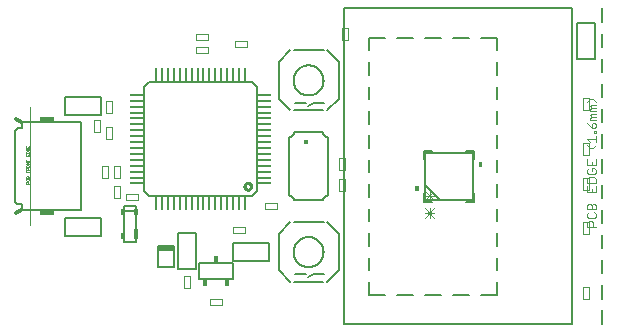
<source format=gto>
G04 EAGLE Gerber RS-274X export*
G75*
%MOMM*%
%FSLAX34Y34*%
%LPD*%
%INTop Silkscreen*%
%IPPOS*%
%AMOC8*
5,1,8,0,0,1.08239X$1,22.5*%
G01*
%ADD10C,0.203200*%
%ADD11C,0.076200*%
%ADD12C,0.127000*%
%ADD13C,0.364000*%
%ADD14C,0.152400*%
%ADD15R,0.457200X0.584200*%
%ADD16C,0.254000*%
%ADD17R,1.200000X0.200000*%
%ADD18R,0.200000X1.200000*%
%ADD19C,0.300000*%
%ADD20R,1.300000X0.365000*%
%ADD21R,0.090000X0.700000*%
%ADD22C,0.050000*%
%ADD23C,0.025400*%
%ADD24R,0.381000X0.609600*%
%ADD25C,0.100000*%

G36*
X385828Y132938D02*
X385828Y132938D01*
X385830Y132937D01*
X385873Y132957D01*
X385917Y132975D01*
X385917Y132977D01*
X385919Y132978D01*
X385952Y133063D01*
X385952Y136873D01*
X385951Y136875D01*
X385952Y136877D01*
X385932Y136920D01*
X385914Y136964D01*
X385912Y136964D01*
X385911Y136966D01*
X385826Y136999D01*
X383286Y136999D01*
X383284Y136998D01*
X383282Y136999D01*
X383239Y136979D01*
X383195Y136961D01*
X383195Y136959D01*
X383193Y136958D01*
X383160Y136873D01*
X383160Y133063D01*
X383161Y133061D01*
X383160Y133059D01*
X383180Y133016D01*
X383198Y132972D01*
X383200Y132972D01*
X383201Y132970D01*
X383286Y132937D01*
X385826Y132937D01*
X385828Y132938D01*
G37*
G36*
X331980Y112938D02*
X331980Y112938D01*
X331982Y112937D01*
X332025Y112957D01*
X332069Y112975D01*
X332069Y112977D01*
X332071Y112978D01*
X332104Y113063D01*
X332104Y116873D01*
X332103Y116875D01*
X332104Y116877D01*
X332084Y116920D01*
X332066Y116964D01*
X332064Y116964D01*
X332063Y116966D01*
X331978Y116999D01*
X329438Y116999D01*
X329436Y116998D01*
X329434Y116999D01*
X329391Y116979D01*
X329347Y116961D01*
X329347Y116959D01*
X329345Y116958D01*
X329312Y116873D01*
X329312Y113063D01*
X329313Y113061D01*
X329312Y113059D01*
X329332Y113016D01*
X329350Y112972D01*
X329352Y112972D01*
X329353Y112970D01*
X329438Y112937D01*
X331978Y112937D01*
X331980Y112938D01*
G37*
D10*
X268896Y74D02*
X268896Y267104D01*
X461496Y267104D01*
X461496Y104D01*
X268896Y74D01*
X289896Y24884D02*
X289896Y35560D01*
X289896Y45560D02*
X289896Y56237D01*
X289896Y66237D02*
X289896Y76913D01*
X289896Y86913D02*
X289896Y97589D01*
X289896Y107589D02*
X289896Y118266D01*
X289896Y128266D02*
X289896Y138942D01*
X289896Y148942D02*
X289896Y159619D01*
X289896Y169619D02*
X289896Y180295D01*
X289896Y190295D02*
X289896Y200971D01*
X289896Y210971D02*
X289896Y221648D01*
X289896Y231648D02*
X289896Y242324D01*
X303624Y242324D01*
X313624Y242324D02*
X327352Y242324D01*
X337352Y242324D02*
X351080Y242324D01*
X361080Y242324D02*
X374808Y242324D01*
X384808Y242324D02*
X398536Y242324D01*
X398536Y231648D01*
X398536Y221648D02*
X398536Y210971D01*
X398536Y200971D02*
X398536Y190295D01*
X398536Y180295D02*
X398536Y169619D01*
X398536Y159619D02*
X398536Y148942D01*
X398536Y138942D02*
X398536Y128266D01*
X398536Y118266D02*
X398536Y107589D01*
X398536Y97589D02*
X398536Y86913D01*
X398536Y76913D02*
X398536Y66237D01*
X398536Y56237D02*
X398536Y45560D01*
X398536Y35560D02*
X398536Y24884D01*
X384808Y24884D01*
X374808Y24884D02*
X361080Y24884D01*
X351080Y24884D02*
X337352Y24884D01*
X327352Y24884D02*
X313624Y24884D01*
X303624Y24884D02*
X289896Y24884D01*
D11*
X474743Y81985D02*
X482115Y81985D01*
X474743Y81985D02*
X474743Y85671D01*
X475971Y86900D01*
X478429Y86900D01*
X479658Y85671D01*
X479658Y81985D01*
X474743Y93155D02*
X475971Y94384D01*
X474743Y93155D02*
X474743Y90698D01*
X475971Y89469D01*
X480886Y89469D01*
X482115Y90698D01*
X482115Y93155D01*
X480886Y94384D01*
X482115Y96953D02*
X474743Y96953D01*
X474743Y100639D01*
X475971Y101868D01*
X477200Y101868D01*
X478429Y100639D01*
X479658Y101868D01*
X480886Y101868D01*
X482115Y100639D01*
X482115Y96953D01*
X478429Y96953D02*
X478429Y100639D01*
X474743Y111922D02*
X474743Y116836D01*
X474743Y111922D02*
X482115Y111922D01*
X482115Y116836D01*
X478429Y114379D02*
X478429Y111922D01*
X474743Y119406D02*
X482115Y119406D01*
X482115Y123092D01*
X480886Y124321D01*
X475971Y124321D01*
X474743Y123092D01*
X474743Y119406D01*
X474743Y130576D02*
X475971Y131805D01*
X474743Y130576D02*
X474743Y128119D01*
X475971Y126890D01*
X480886Y126890D01*
X482115Y128119D01*
X482115Y130576D01*
X480886Y131805D01*
X478429Y131805D01*
X478429Y129347D01*
X474743Y134374D02*
X474743Y139289D01*
X474743Y134374D02*
X482115Y134374D01*
X482115Y139289D01*
X478429Y136832D02*
X478429Y134374D01*
X479658Y149342D02*
X482115Y151800D01*
X479658Y149342D02*
X477200Y149342D01*
X474743Y151800D01*
X477200Y154332D02*
X474743Y156789D01*
X482115Y156789D01*
X482115Y154332D02*
X482115Y159247D01*
X482115Y161816D02*
X480886Y161816D01*
X480886Y163045D01*
X482115Y163045D01*
X482115Y161816D01*
X475971Y168015D02*
X474743Y170473D01*
X475971Y168015D02*
X478429Y165558D01*
X480886Y165558D01*
X482115Y166787D01*
X482115Y169244D01*
X480886Y170473D01*
X479658Y170473D01*
X478429Y169244D01*
X478429Y165558D01*
X477200Y173042D02*
X482115Y173042D01*
X477200Y173042D02*
X477200Y174271D01*
X478429Y175500D01*
X482115Y175500D01*
X478429Y175500D02*
X477200Y176728D01*
X478429Y177957D01*
X482115Y177957D01*
X482115Y180526D02*
X477200Y180526D01*
X477200Y181755D01*
X478429Y182984D01*
X482115Y182984D01*
X478429Y182984D02*
X477200Y184213D01*
X478429Y185441D01*
X482115Y185441D01*
X482115Y188011D02*
X479658Y190468D01*
X477200Y190468D01*
X474743Y188011D01*
D10*
X487496Y255796D02*
X487496Y267104D01*
X487496Y245796D02*
X487496Y234489D01*
X487496Y224489D02*
X487496Y213181D01*
X487496Y203181D02*
X487496Y191873D01*
X487496Y181873D02*
X487496Y170566D01*
X487496Y160566D02*
X487496Y149258D01*
X487496Y139258D02*
X487496Y127950D01*
X487496Y117950D02*
X487496Y106642D01*
X487496Y96642D02*
X487496Y85335D01*
X487496Y75335D02*
X487496Y64027D01*
X487496Y54027D02*
X487496Y42719D01*
X487496Y32719D02*
X487496Y21412D01*
X487496Y11412D02*
X487496Y104D01*
X226060Y206248D02*
X226064Y206560D01*
X226075Y206871D01*
X226094Y207182D01*
X226121Y207493D01*
X226156Y207803D01*
X226197Y208111D01*
X226247Y208419D01*
X226304Y208726D01*
X226369Y209031D01*
X226441Y209334D01*
X226520Y209635D01*
X226607Y209935D01*
X226701Y210232D01*
X226802Y210527D01*
X226911Y210819D01*
X227027Y211108D01*
X227150Y211395D01*
X227279Y211678D01*
X227416Y211958D01*
X227560Y212235D01*
X227710Y212508D01*
X227867Y212777D01*
X228030Y213042D01*
X228200Y213304D01*
X228377Y213561D01*
X228559Y213813D01*
X228748Y214061D01*
X228943Y214305D01*
X229143Y214543D01*
X229350Y214777D01*
X229562Y215005D01*
X229780Y215228D01*
X230003Y215446D01*
X230231Y215658D01*
X230465Y215865D01*
X230703Y216065D01*
X230947Y216260D01*
X231195Y216449D01*
X231447Y216631D01*
X231704Y216808D01*
X231966Y216978D01*
X232231Y217141D01*
X232500Y217298D01*
X232773Y217448D01*
X233050Y217592D01*
X233330Y217729D01*
X233613Y217858D01*
X233900Y217981D01*
X234189Y218097D01*
X234481Y218206D01*
X234776Y218307D01*
X235073Y218401D01*
X235373Y218488D01*
X235674Y218567D01*
X235977Y218639D01*
X236282Y218704D01*
X236589Y218761D01*
X236897Y218811D01*
X237205Y218852D01*
X237515Y218887D01*
X237826Y218914D01*
X238137Y218933D01*
X238448Y218944D01*
X238760Y218948D01*
X239072Y218944D01*
X239383Y218933D01*
X239694Y218914D01*
X240005Y218887D01*
X240315Y218852D01*
X240623Y218811D01*
X240931Y218761D01*
X241238Y218704D01*
X241543Y218639D01*
X241846Y218567D01*
X242147Y218488D01*
X242447Y218401D01*
X242744Y218307D01*
X243039Y218206D01*
X243331Y218097D01*
X243620Y217981D01*
X243907Y217858D01*
X244190Y217729D01*
X244470Y217592D01*
X244747Y217448D01*
X245020Y217298D01*
X245289Y217141D01*
X245554Y216978D01*
X245816Y216808D01*
X246073Y216631D01*
X246325Y216449D01*
X246573Y216260D01*
X246817Y216065D01*
X247055Y215865D01*
X247289Y215658D01*
X247517Y215446D01*
X247740Y215228D01*
X247958Y215005D01*
X248170Y214777D01*
X248377Y214543D01*
X248577Y214305D01*
X248772Y214061D01*
X248961Y213813D01*
X249143Y213561D01*
X249320Y213304D01*
X249490Y213042D01*
X249653Y212777D01*
X249810Y212508D01*
X249960Y212235D01*
X250104Y211958D01*
X250241Y211678D01*
X250370Y211395D01*
X250493Y211108D01*
X250609Y210819D01*
X250718Y210527D01*
X250819Y210232D01*
X250913Y209935D01*
X251000Y209635D01*
X251079Y209334D01*
X251151Y209031D01*
X251216Y208726D01*
X251273Y208419D01*
X251323Y208111D01*
X251364Y207803D01*
X251399Y207493D01*
X251426Y207182D01*
X251445Y206871D01*
X251456Y206560D01*
X251460Y206248D01*
X251456Y205936D01*
X251445Y205625D01*
X251426Y205314D01*
X251399Y205003D01*
X251364Y204693D01*
X251323Y204385D01*
X251273Y204077D01*
X251216Y203770D01*
X251151Y203465D01*
X251079Y203162D01*
X251000Y202861D01*
X250913Y202561D01*
X250819Y202264D01*
X250718Y201969D01*
X250609Y201677D01*
X250493Y201388D01*
X250370Y201101D01*
X250241Y200818D01*
X250104Y200538D01*
X249960Y200261D01*
X249810Y199988D01*
X249653Y199719D01*
X249490Y199454D01*
X249320Y199192D01*
X249143Y198935D01*
X248961Y198683D01*
X248772Y198435D01*
X248577Y198191D01*
X248377Y197953D01*
X248170Y197719D01*
X247958Y197491D01*
X247740Y197268D01*
X247517Y197050D01*
X247289Y196838D01*
X247055Y196631D01*
X246817Y196431D01*
X246573Y196236D01*
X246325Y196047D01*
X246073Y195865D01*
X245816Y195688D01*
X245554Y195518D01*
X245289Y195355D01*
X245020Y195198D01*
X244747Y195048D01*
X244470Y194904D01*
X244190Y194767D01*
X243907Y194638D01*
X243620Y194515D01*
X243331Y194399D01*
X243039Y194290D01*
X242744Y194189D01*
X242447Y194095D01*
X242147Y194008D01*
X241846Y193929D01*
X241543Y193857D01*
X241238Y193792D01*
X240931Y193735D01*
X240623Y193685D01*
X240315Y193644D01*
X240005Y193609D01*
X239694Y193582D01*
X239383Y193563D01*
X239072Y193552D01*
X238760Y193548D01*
X238448Y193552D01*
X238137Y193563D01*
X237826Y193582D01*
X237515Y193609D01*
X237205Y193644D01*
X236897Y193685D01*
X236589Y193735D01*
X236282Y193792D01*
X235977Y193857D01*
X235674Y193929D01*
X235373Y194008D01*
X235073Y194095D01*
X234776Y194189D01*
X234481Y194290D01*
X234189Y194399D01*
X233900Y194515D01*
X233613Y194638D01*
X233330Y194767D01*
X233050Y194904D01*
X232773Y195048D01*
X232500Y195198D01*
X232231Y195355D01*
X231966Y195518D01*
X231704Y195688D01*
X231447Y195865D01*
X231195Y196047D01*
X230947Y196236D01*
X230703Y196431D01*
X230465Y196631D01*
X230231Y196838D01*
X230003Y197050D01*
X229780Y197268D01*
X229562Y197491D01*
X229350Y197719D01*
X229143Y197953D01*
X228943Y198191D01*
X228748Y198435D01*
X228559Y198683D01*
X228377Y198935D01*
X228200Y199192D01*
X228030Y199454D01*
X227867Y199719D01*
X227710Y199988D01*
X227560Y200261D01*
X227416Y200538D01*
X227279Y200818D01*
X227150Y201101D01*
X227027Y201388D01*
X226911Y201677D01*
X226802Y201969D01*
X226701Y202264D01*
X226607Y202561D01*
X226520Y202861D01*
X226441Y203162D01*
X226369Y203465D01*
X226304Y203770D01*
X226247Y204077D01*
X226197Y204385D01*
X226156Y204693D01*
X226121Y205003D01*
X226094Y205314D01*
X226075Y205625D01*
X226064Y205936D01*
X226060Y206248D01*
X213360Y221648D02*
X223360Y231648D01*
X226360Y231648D02*
X251460Y231648D01*
X254160Y231648D02*
X264160Y221648D01*
X264160Y190848D01*
X254160Y180848D01*
X251160Y180848D02*
X226360Y180848D01*
X223360Y180848D02*
X213360Y190848D01*
X213360Y221648D01*
D12*
X243210Y187198D02*
X251460Y187198D01*
X243210Y187198D02*
X238660Y184648D01*
X236460Y187198D02*
X227610Y187198D01*
D10*
X226060Y60960D02*
X226064Y61272D01*
X226075Y61583D01*
X226094Y61894D01*
X226121Y62205D01*
X226156Y62515D01*
X226197Y62823D01*
X226247Y63131D01*
X226304Y63438D01*
X226369Y63743D01*
X226441Y64046D01*
X226520Y64347D01*
X226607Y64647D01*
X226701Y64944D01*
X226802Y65239D01*
X226911Y65531D01*
X227027Y65820D01*
X227150Y66107D01*
X227279Y66390D01*
X227416Y66670D01*
X227560Y66947D01*
X227710Y67220D01*
X227867Y67489D01*
X228030Y67754D01*
X228200Y68016D01*
X228377Y68273D01*
X228559Y68525D01*
X228748Y68773D01*
X228943Y69017D01*
X229143Y69255D01*
X229350Y69489D01*
X229562Y69717D01*
X229780Y69940D01*
X230003Y70158D01*
X230231Y70370D01*
X230465Y70577D01*
X230703Y70777D01*
X230947Y70972D01*
X231195Y71161D01*
X231447Y71343D01*
X231704Y71520D01*
X231966Y71690D01*
X232231Y71853D01*
X232500Y72010D01*
X232773Y72160D01*
X233050Y72304D01*
X233330Y72441D01*
X233613Y72570D01*
X233900Y72693D01*
X234189Y72809D01*
X234481Y72918D01*
X234776Y73019D01*
X235073Y73113D01*
X235373Y73200D01*
X235674Y73279D01*
X235977Y73351D01*
X236282Y73416D01*
X236589Y73473D01*
X236897Y73523D01*
X237205Y73564D01*
X237515Y73599D01*
X237826Y73626D01*
X238137Y73645D01*
X238448Y73656D01*
X238760Y73660D01*
X239072Y73656D01*
X239383Y73645D01*
X239694Y73626D01*
X240005Y73599D01*
X240315Y73564D01*
X240623Y73523D01*
X240931Y73473D01*
X241238Y73416D01*
X241543Y73351D01*
X241846Y73279D01*
X242147Y73200D01*
X242447Y73113D01*
X242744Y73019D01*
X243039Y72918D01*
X243331Y72809D01*
X243620Y72693D01*
X243907Y72570D01*
X244190Y72441D01*
X244470Y72304D01*
X244747Y72160D01*
X245020Y72010D01*
X245289Y71853D01*
X245554Y71690D01*
X245816Y71520D01*
X246073Y71343D01*
X246325Y71161D01*
X246573Y70972D01*
X246817Y70777D01*
X247055Y70577D01*
X247289Y70370D01*
X247517Y70158D01*
X247740Y69940D01*
X247958Y69717D01*
X248170Y69489D01*
X248377Y69255D01*
X248577Y69017D01*
X248772Y68773D01*
X248961Y68525D01*
X249143Y68273D01*
X249320Y68016D01*
X249490Y67754D01*
X249653Y67489D01*
X249810Y67220D01*
X249960Y66947D01*
X250104Y66670D01*
X250241Y66390D01*
X250370Y66107D01*
X250493Y65820D01*
X250609Y65531D01*
X250718Y65239D01*
X250819Y64944D01*
X250913Y64647D01*
X251000Y64347D01*
X251079Y64046D01*
X251151Y63743D01*
X251216Y63438D01*
X251273Y63131D01*
X251323Y62823D01*
X251364Y62515D01*
X251399Y62205D01*
X251426Y61894D01*
X251445Y61583D01*
X251456Y61272D01*
X251460Y60960D01*
X251456Y60648D01*
X251445Y60337D01*
X251426Y60026D01*
X251399Y59715D01*
X251364Y59405D01*
X251323Y59097D01*
X251273Y58789D01*
X251216Y58482D01*
X251151Y58177D01*
X251079Y57874D01*
X251000Y57573D01*
X250913Y57273D01*
X250819Y56976D01*
X250718Y56681D01*
X250609Y56389D01*
X250493Y56100D01*
X250370Y55813D01*
X250241Y55530D01*
X250104Y55250D01*
X249960Y54973D01*
X249810Y54700D01*
X249653Y54431D01*
X249490Y54166D01*
X249320Y53904D01*
X249143Y53647D01*
X248961Y53395D01*
X248772Y53147D01*
X248577Y52903D01*
X248377Y52665D01*
X248170Y52431D01*
X247958Y52203D01*
X247740Y51980D01*
X247517Y51762D01*
X247289Y51550D01*
X247055Y51343D01*
X246817Y51143D01*
X246573Y50948D01*
X246325Y50759D01*
X246073Y50577D01*
X245816Y50400D01*
X245554Y50230D01*
X245289Y50067D01*
X245020Y49910D01*
X244747Y49760D01*
X244470Y49616D01*
X244190Y49479D01*
X243907Y49350D01*
X243620Y49227D01*
X243331Y49111D01*
X243039Y49002D01*
X242744Y48901D01*
X242447Y48807D01*
X242147Y48720D01*
X241846Y48641D01*
X241543Y48569D01*
X241238Y48504D01*
X240931Y48447D01*
X240623Y48397D01*
X240315Y48356D01*
X240005Y48321D01*
X239694Y48294D01*
X239383Y48275D01*
X239072Y48264D01*
X238760Y48260D01*
X238448Y48264D01*
X238137Y48275D01*
X237826Y48294D01*
X237515Y48321D01*
X237205Y48356D01*
X236897Y48397D01*
X236589Y48447D01*
X236282Y48504D01*
X235977Y48569D01*
X235674Y48641D01*
X235373Y48720D01*
X235073Y48807D01*
X234776Y48901D01*
X234481Y49002D01*
X234189Y49111D01*
X233900Y49227D01*
X233613Y49350D01*
X233330Y49479D01*
X233050Y49616D01*
X232773Y49760D01*
X232500Y49910D01*
X232231Y50067D01*
X231966Y50230D01*
X231704Y50400D01*
X231447Y50577D01*
X231195Y50759D01*
X230947Y50948D01*
X230703Y51143D01*
X230465Y51343D01*
X230231Y51550D01*
X230003Y51762D01*
X229780Y51980D01*
X229562Y52203D01*
X229350Y52431D01*
X229143Y52665D01*
X228943Y52903D01*
X228748Y53147D01*
X228559Y53395D01*
X228377Y53647D01*
X228200Y53904D01*
X228030Y54166D01*
X227867Y54431D01*
X227710Y54700D01*
X227560Y54973D01*
X227416Y55250D01*
X227279Y55530D01*
X227150Y55813D01*
X227027Y56100D01*
X226911Y56389D01*
X226802Y56681D01*
X226701Y56976D01*
X226607Y57273D01*
X226520Y57573D01*
X226441Y57874D01*
X226369Y58177D01*
X226304Y58482D01*
X226247Y58789D01*
X226197Y59097D01*
X226156Y59405D01*
X226121Y59715D01*
X226094Y60026D01*
X226075Y60337D01*
X226064Y60648D01*
X226060Y60960D01*
X213360Y76360D02*
X223360Y86360D01*
X226360Y86360D02*
X251460Y86360D01*
X254160Y86360D02*
X264160Y76360D01*
X264160Y45560D01*
X254160Y35560D01*
X251160Y35560D02*
X226360Y35560D01*
X223360Y35560D02*
X213360Y45560D01*
X213360Y76360D01*
D12*
X243210Y41910D02*
X251460Y41910D01*
X243210Y41910D02*
X238660Y39360D01*
X236460Y41910D02*
X227610Y41910D01*
D10*
X255260Y144104D02*
X255260Y158354D01*
X255260Y144104D02*
X255260Y123104D01*
X255260Y108854D01*
X251010Y104604D02*
X241760Y104604D01*
X235760Y104604D01*
X226510Y104604D01*
X222260Y108854D02*
X222260Y123104D01*
X222260Y144104D01*
X222260Y158354D01*
X226510Y162604D02*
X235760Y162604D01*
X241760Y162604D01*
X251010Y162604D01*
X251013Y162476D01*
X251019Y162348D01*
X251029Y162220D01*
X251043Y162092D01*
X251061Y161965D01*
X251082Y161839D01*
X251108Y161713D01*
X251137Y161589D01*
X251170Y161465D01*
X251207Y161342D01*
X251247Y161220D01*
X251291Y161099D01*
X251338Y160980D01*
X251389Y160863D01*
X251444Y160747D01*
X251502Y160632D01*
X251564Y160520D01*
X251628Y160409D01*
X251697Y160301D01*
X251768Y160194D01*
X251842Y160090D01*
X251920Y159988D01*
X252001Y159888D01*
X252084Y159791D01*
X252171Y159696D01*
X252260Y159604D01*
X252352Y159515D01*
X252447Y159428D01*
X252544Y159345D01*
X252644Y159264D01*
X252746Y159186D01*
X252850Y159112D01*
X252957Y159041D01*
X253065Y158972D01*
X253176Y158908D01*
X253288Y158846D01*
X253403Y158788D01*
X253519Y158733D01*
X253636Y158682D01*
X253755Y158635D01*
X253876Y158591D01*
X253998Y158551D01*
X254121Y158514D01*
X254245Y158481D01*
X254369Y158452D01*
X254495Y158426D01*
X254621Y158405D01*
X254748Y158387D01*
X254876Y158373D01*
X255004Y158363D01*
X255132Y158357D01*
X255260Y158354D01*
X255260Y108854D02*
X255132Y108851D01*
X255004Y108845D01*
X254876Y108835D01*
X254748Y108821D01*
X254621Y108803D01*
X254495Y108782D01*
X254369Y108756D01*
X254245Y108727D01*
X254121Y108694D01*
X253998Y108657D01*
X253876Y108617D01*
X253755Y108573D01*
X253636Y108526D01*
X253519Y108475D01*
X253403Y108420D01*
X253288Y108362D01*
X253176Y108300D01*
X253065Y108236D01*
X252957Y108167D01*
X252850Y108096D01*
X252746Y108022D01*
X252644Y107944D01*
X252544Y107863D01*
X252447Y107780D01*
X252352Y107693D01*
X252260Y107604D01*
X252171Y107512D01*
X252084Y107417D01*
X252001Y107320D01*
X251920Y107220D01*
X251842Y107118D01*
X251768Y107014D01*
X251697Y106907D01*
X251628Y106799D01*
X251564Y106688D01*
X251502Y106576D01*
X251444Y106461D01*
X251389Y106345D01*
X251338Y106228D01*
X251291Y106109D01*
X251247Y105988D01*
X251207Y105866D01*
X251170Y105743D01*
X251137Y105619D01*
X251108Y105495D01*
X251082Y105369D01*
X251061Y105243D01*
X251043Y105116D01*
X251029Y104988D01*
X251019Y104860D01*
X251013Y104732D01*
X251010Y104604D01*
X226510Y104604D02*
X226507Y104732D01*
X226501Y104860D01*
X226491Y104988D01*
X226477Y105116D01*
X226459Y105243D01*
X226438Y105369D01*
X226412Y105495D01*
X226383Y105619D01*
X226350Y105743D01*
X226313Y105866D01*
X226273Y105988D01*
X226229Y106109D01*
X226182Y106228D01*
X226131Y106345D01*
X226076Y106461D01*
X226018Y106576D01*
X225956Y106688D01*
X225892Y106799D01*
X225823Y106907D01*
X225752Y107014D01*
X225678Y107118D01*
X225600Y107220D01*
X225519Y107320D01*
X225436Y107417D01*
X225349Y107512D01*
X225260Y107604D01*
X225168Y107693D01*
X225073Y107780D01*
X224976Y107863D01*
X224876Y107944D01*
X224774Y108022D01*
X224670Y108096D01*
X224563Y108167D01*
X224455Y108236D01*
X224344Y108300D01*
X224232Y108362D01*
X224117Y108420D01*
X224001Y108475D01*
X223884Y108526D01*
X223765Y108573D01*
X223644Y108617D01*
X223522Y108657D01*
X223399Y108694D01*
X223275Y108727D01*
X223151Y108756D01*
X223025Y108782D01*
X222899Y108803D01*
X222772Y108821D01*
X222644Y108835D01*
X222516Y108845D01*
X222388Y108851D01*
X222260Y108854D01*
X222260Y158354D02*
X222388Y158357D01*
X222516Y158363D01*
X222644Y158373D01*
X222772Y158387D01*
X222899Y158405D01*
X223025Y158426D01*
X223151Y158452D01*
X223275Y158481D01*
X223399Y158514D01*
X223522Y158551D01*
X223644Y158591D01*
X223765Y158635D01*
X223884Y158682D01*
X224001Y158733D01*
X224117Y158788D01*
X224232Y158846D01*
X224344Y158908D01*
X224455Y158972D01*
X224563Y159041D01*
X224670Y159112D01*
X224774Y159186D01*
X224876Y159264D01*
X224976Y159345D01*
X225073Y159428D01*
X225168Y159515D01*
X225260Y159604D01*
X225349Y159696D01*
X225436Y159791D01*
X225519Y159888D01*
X225600Y159988D01*
X225678Y160090D01*
X225752Y160194D01*
X225823Y160301D01*
X225892Y160409D01*
X225956Y160520D01*
X226018Y160632D01*
X226076Y160747D01*
X226131Y160863D01*
X226182Y160980D01*
X226229Y161099D01*
X226273Y161220D01*
X226313Y161342D01*
X226350Y161465D01*
X226383Y161589D01*
X226412Y161713D01*
X226438Y161839D01*
X226459Y161965D01*
X226477Y162092D01*
X226491Y162220D01*
X226501Y162348D01*
X226507Y162476D01*
X226510Y162604D01*
D13*
X236760Y154104D03*
D14*
X174748Y51304D02*
X174748Y38104D01*
X146308Y38104D01*
X146308Y51304D01*
X174748Y51304D01*
X146308Y51304D02*
X146308Y43184D01*
X146308Y51304D02*
X151888Y51304D01*
X169168Y51304D02*
X174748Y51304D01*
X174748Y43184D01*
D15*
X160528Y54737D03*
X169926Y34671D03*
X151130Y34671D03*
D10*
X191320Y108464D02*
X195320Y112464D01*
X191320Y108464D02*
X103320Y108464D01*
X99320Y112464D01*
X99320Y200464D01*
X103320Y204464D01*
X191320Y204464D01*
X195320Y200464D01*
X195320Y112464D01*
D16*
X184493Y116464D02*
X184495Y116570D01*
X184501Y116675D01*
X184511Y116781D01*
X184525Y116885D01*
X184542Y116990D01*
X184564Y117093D01*
X184589Y117196D01*
X184619Y117297D01*
X184652Y117398D01*
X184688Y117497D01*
X184729Y117594D01*
X184773Y117691D01*
X184821Y117785D01*
X184872Y117878D01*
X184926Y117968D01*
X184984Y118057D01*
X185045Y118143D01*
X185110Y118227D01*
X185177Y118308D01*
X185248Y118387D01*
X185321Y118463D01*
X185397Y118536D01*
X185476Y118607D01*
X185557Y118674D01*
X185641Y118739D01*
X185727Y118800D01*
X185816Y118858D01*
X185907Y118912D01*
X185999Y118963D01*
X186093Y119011D01*
X186190Y119055D01*
X186287Y119096D01*
X186386Y119132D01*
X186487Y119165D01*
X186588Y119195D01*
X186691Y119220D01*
X186794Y119242D01*
X186899Y119259D01*
X187003Y119273D01*
X187109Y119283D01*
X187214Y119289D01*
X187320Y119291D01*
X187426Y119289D01*
X187531Y119283D01*
X187637Y119273D01*
X187741Y119259D01*
X187846Y119242D01*
X187949Y119220D01*
X188052Y119195D01*
X188153Y119165D01*
X188254Y119132D01*
X188353Y119096D01*
X188450Y119055D01*
X188547Y119011D01*
X188641Y118963D01*
X188734Y118912D01*
X188824Y118858D01*
X188913Y118800D01*
X188999Y118739D01*
X189083Y118674D01*
X189164Y118607D01*
X189243Y118536D01*
X189319Y118463D01*
X189392Y118387D01*
X189463Y118308D01*
X189530Y118227D01*
X189595Y118143D01*
X189656Y118057D01*
X189714Y117968D01*
X189768Y117877D01*
X189819Y117785D01*
X189867Y117691D01*
X189911Y117594D01*
X189952Y117497D01*
X189988Y117398D01*
X190021Y117297D01*
X190051Y117196D01*
X190076Y117093D01*
X190098Y116990D01*
X190115Y116885D01*
X190129Y116781D01*
X190139Y116675D01*
X190145Y116570D01*
X190147Y116464D01*
X190145Y116358D01*
X190139Y116253D01*
X190129Y116147D01*
X190115Y116043D01*
X190098Y115938D01*
X190076Y115835D01*
X190051Y115732D01*
X190021Y115631D01*
X189988Y115530D01*
X189952Y115431D01*
X189911Y115334D01*
X189867Y115237D01*
X189819Y115143D01*
X189768Y115050D01*
X189714Y114960D01*
X189656Y114871D01*
X189595Y114785D01*
X189530Y114701D01*
X189463Y114620D01*
X189392Y114541D01*
X189319Y114465D01*
X189243Y114392D01*
X189164Y114321D01*
X189083Y114254D01*
X188999Y114189D01*
X188913Y114128D01*
X188824Y114070D01*
X188733Y114016D01*
X188641Y113965D01*
X188547Y113917D01*
X188450Y113873D01*
X188353Y113832D01*
X188254Y113796D01*
X188153Y113763D01*
X188052Y113733D01*
X187949Y113708D01*
X187846Y113686D01*
X187741Y113669D01*
X187637Y113655D01*
X187531Y113645D01*
X187426Y113639D01*
X187320Y113637D01*
X187214Y113639D01*
X187109Y113645D01*
X187003Y113655D01*
X186899Y113669D01*
X186794Y113686D01*
X186691Y113708D01*
X186588Y113733D01*
X186487Y113763D01*
X186386Y113796D01*
X186287Y113832D01*
X186190Y113873D01*
X186093Y113917D01*
X185999Y113965D01*
X185906Y114016D01*
X185816Y114070D01*
X185727Y114128D01*
X185641Y114189D01*
X185557Y114254D01*
X185476Y114321D01*
X185397Y114392D01*
X185321Y114465D01*
X185248Y114541D01*
X185177Y114620D01*
X185110Y114701D01*
X185045Y114785D01*
X184984Y114871D01*
X184926Y114960D01*
X184872Y115051D01*
X184821Y115143D01*
X184773Y115237D01*
X184729Y115334D01*
X184688Y115431D01*
X184652Y115530D01*
X184619Y115631D01*
X184589Y115732D01*
X184564Y115835D01*
X184542Y115938D01*
X184525Y116043D01*
X184511Y116147D01*
X184501Y116253D01*
X184495Y116358D01*
X184493Y116464D01*
D17*
X201320Y118964D03*
X201320Y123964D03*
X201320Y128964D03*
X201320Y133964D03*
X201320Y138964D03*
X201320Y143964D03*
X201320Y148964D03*
X201320Y153964D03*
X201320Y158964D03*
X201320Y163964D03*
X201320Y168964D03*
X201320Y173964D03*
X201320Y178964D03*
X201320Y183964D03*
X201320Y188964D03*
X201320Y193964D03*
D18*
X184820Y210464D03*
X179820Y210464D03*
X174820Y210464D03*
X169820Y210464D03*
X164820Y210464D03*
X159820Y210464D03*
X154820Y210464D03*
X149820Y210464D03*
X144820Y210464D03*
X139820Y210464D03*
X134820Y210464D03*
X129820Y210464D03*
X124820Y210464D03*
X119820Y210464D03*
X114820Y210464D03*
X109820Y210464D03*
D17*
X93320Y193964D03*
X93320Y188964D03*
X93320Y183964D03*
X93320Y178964D03*
X93320Y173964D03*
X93320Y168964D03*
X93320Y163964D03*
X93320Y158964D03*
X93320Y153964D03*
X93320Y148964D03*
X93320Y143964D03*
X93320Y138964D03*
X93320Y133964D03*
X93320Y128964D03*
X93320Y123964D03*
X93320Y118964D03*
D18*
X109820Y102464D03*
X114820Y102464D03*
X119820Y102464D03*
X124820Y102464D03*
X129820Y102464D03*
X134820Y102464D03*
X139820Y102464D03*
X144820Y102464D03*
X149820Y102464D03*
X154820Y102464D03*
X159820Y102464D03*
X164820Y102464D03*
X169820Y102464D03*
X174820Y102464D03*
X179820Y102464D03*
X184820Y102464D03*
D12*
X46026Y96104D02*
X-3974Y96104D01*
X46026Y96104D02*
X46026Y171104D01*
X23376Y171104D01*
X-3974Y171104D01*
X-3974Y165604D01*
D19*
X-4824Y96704D02*
X-8474Y94104D01*
X-4824Y170754D02*
X-8474Y173104D01*
D12*
X-7324Y101604D02*
X-4024Y101604D01*
X-7324Y101604D02*
X-7411Y101606D01*
X-7498Y101612D01*
X-7585Y101621D01*
X-7671Y101634D01*
X-7757Y101651D01*
X-7842Y101672D01*
X-7925Y101697D01*
X-8008Y101725D01*
X-8089Y101756D01*
X-8169Y101791D01*
X-8247Y101830D01*
X-8324Y101872D01*
X-8399Y101917D01*
X-8471Y101966D01*
X-8542Y102017D01*
X-8610Y102072D01*
X-8675Y102129D01*
X-8738Y102190D01*
X-8799Y102253D01*
X-8856Y102318D01*
X-8911Y102386D01*
X-8962Y102457D01*
X-9011Y102529D01*
X-9056Y102604D01*
X-9098Y102681D01*
X-9137Y102759D01*
X-9172Y102839D01*
X-9203Y102920D01*
X-9231Y103003D01*
X-9256Y103086D01*
X-9277Y103171D01*
X-9294Y103257D01*
X-9307Y103343D01*
X-9316Y103430D01*
X-9322Y103517D01*
X-9324Y103604D01*
X-9324Y157854D01*
X-7324Y165604D02*
X-3974Y165604D01*
X-7324Y165604D02*
X-7411Y165602D01*
X-7498Y165596D01*
X-7585Y165587D01*
X-7671Y165574D01*
X-7757Y165557D01*
X-7842Y165536D01*
X-7925Y165511D01*
X-8008Y165483D01*
X-8089Y165452D01*
X-8169Y165417D01*
X-8247Y165378D01*
X-8324Y165336D01*
X-8399Y165291D01*
X-8471Y165242D01*
X-8542Y165191D01*
X-8610Y165136D01*
X-8675Y165079D01*
X-8738Y165018D01*
X-8799Y164955D01*
X-8856Y164890D01*
X-8911Y164822D01*
X-8962Y164751D01*
X-9011Y164679D01*
X-9056Y164604D01*
X-9098Y164527D01*
X-9137Y164449D01*
X-9172Y164369D01*
X-9203Y164288D01*
X-9231Y164205D01*
X-9256Y164122D01*
X-9277Y164037D01*
X-9294Y163951D01*
X-9307Y163865D01*
X-9316Y163778D01*
X-9322Y163691D01*
X-9324Y163604D01*
X-9324Y157854D01*
D20*
X17526Y173529D03*
X17526Y173529D03*
X17526Y93679D03*
D21*
X47076Y155854D03*
X47076Y111354D03*
D22*
X3026Y83604D02*
X3026Y183604D01*
D23*
X1999Y118881D02*
X-289Y118881D01*
X-289Y120025D01*
X92Y120406D01*
X855Y120406D01*
X1236Y120025D01*
X1236Y118881D01*
X-289Y122364D02*
X92Y122745D01*
X-289Y122364D02*
X-289Y121601D01*
X92Y121220D01*
X1618Y121220D01*
X1999Y121601D01*
X1999Y122364D01*
X1618Y122745D01*
X1999Y123559D02*
X-289Y123559D01*
X-289Y124703D01*
X92Y125084D01*
X474Y125084D01*
X855Y124703D01*
X1236Y125084D01*
X1618Y125084D01*
X1999Y124703D01*
X1999Y123559D01*
X855Y123559D02*
X855Y124703D01*
X1999Y128236D02*
X-289Y128236D01*
X-289Y129761D01*
X855Y128999D02*
X855Y128236D01*
X1999Y130575D02*
X-289Y130575D01*
X-289Y131719D01*
X92Y132100D01*
X855Y132100D01*
X1236Y131719D01*
X1236Y130575D01*
X1236Y131338D02*
X1999Y132100D01*
X-289Y133295D02*
X-289Y134058D01*
X-289Y133295D02*
X92Y132914D01*
X1618Y132914D01*
X1999Y133295D01*
X1999Y134058D01*
X1618Y134439D01*
X92Y134439D01*
X-289Y134058D01*
X-289Y135252D02*
X1999Y135252D01*
X1999Y136778D02*
X-289Y135252D01*
X-289Y136778D02*
X1999Y136778D01*
X1999Y138354D02*
X-289Y138354D01*
X-289Y137591D02*
X-289Y139117D01*
X-289Y142269D02*
X-289Y143794D01*
X-289Y142269D02*
X1999Y142269D01*
X1999Y143794D01*
X855Y143031D02*
X855Y142269D01*
X-289Y144608D02*
X1999Y144608D01*
X1999Y145752D01*
X1618Y146133D01*
X92Y146133D01*
X-289Y145752D01*
X-289Y144608D01*
X-289Y148090D02*
X92Y148472D01*
X-289Y148090D02*
X-289Y147328D01*
X92Y146946D01*
X1618Y146946D01*
X1999Y147328D01*
X1999Y148090D01*
X1618Y148472D01*
X855Y148472D01*
X855Y147709D01*
X-289Y149285D02*
X-289Y150810D01*
X-289Y149285D02*
X1999Y149285D01*
X1999Y150810D01*
X855Y150048D02*
X855Y149285D01*
D12*
X-4024Y101604D02*
X-4024Y96104D01*
D14*
X143764Y77216D02*
X143764Y46736D01*
X143764Y77216D02*
X128524Y77216D01*
X128524Y46736D01*
X143764Y46736D01*
D12*
X92456Y95758D02*
X92456Y99568D01*
X92456Y95758D02*
X92456Y69088D01*
X82296Y69088D01*
X82296Y95758D01*
X82296Y99568D01*
X92456Y99568D01*
D14*
X92456Y95758D02*
X82296Y95758D01*
D24*
X93091Y74168D03*
X93091Y94488D03*
X81661Y74168D03*
X81661Y94488D03*
X93091Y77978D03*
D12*
X125114Y62404D02*
X125114Y48404D01*
X125114Y62404D02*
X125114Y62904D01*
X125114Y63904D01*
X125114Y66404D01*
X111614Y66404D01*
X111614Y63904D01*
X111614Y62904D01*
X111614Y62404D01*
X111614Y48404D01*
X125114Y48404D01*
X125114Y63904D02*
X111614Y63904D01*
X111614Y62904D02*
X125114Y62904D01*
X125114Y62404D02*
X111614Y62404D01*
D25*
X72644Y156464D02*
X72644Y166624D01*
X67564Y166624D01*
X67564Y156464D01*
X72644Y156464D01*
X68580Y134112D02*
X68580Y123952D01*
X68580Y134112D02*
X63500Y134112D01*
X63500Y123952D01*
X68580Y123952D01*
X78740Y123952D02*
X78740Y134112D01*
X73660Y134112D01*
X73660Y123952D01*
X78740Y123952D01*
X62484Y162560D02*
X62484Y172720D01*
X57404Y172720D01*
X57404Y162560D01*
X62484Y162560D01*
X72644Y178816D02*
X72644Y188976D01*
X67564Y188976D01*
X67564Y178816D01*
X72644Y178816D01*
D14*
X62992Y177292D02*
X32512Y177292D01*
X62992Y177292D02*
X62992Y192532D01*
X32512Y192532D01*
X32512Y177292D01*
X32512Y74676D02*
X62992Y74676D01*
X62992Y89916D01*
X32512Y89916D01*
X32512Y74676D01*
D25*
X264668Y130048D02*
X264668Y140208D01*
X264668Y130048D02*
X269748Y130048D01*
X269748Y140208D01*
X264668Y140208D01*
X269748Y122936D02*
X269748Y112776D01*
X269748Y122936D02*
X264668Y122936D01*
X264668Y112776D01*
X269748Y112776D01*
X153416Y229108D02*
X143256Y229108D01*
X153416Y229108D02*
X153416Y234188D01*
X143256Y234188D01*
X143256Y229108D01*
X94488Y110236D02*
X84328Y110236D01*
X84328Y105156D01*
X94488Y105156D01*
X94488Y110236D01*
X73660Y106680D02*
X73660Y116840D01*
X73660Y106680D02*
X78740Y106680D01*
X78740Y116840D01*
X73660Y116840D01*
X174752Y81788D02*
X184912Y81788D01*
X174752Y81788D02*
X174752Y76708D01*
X184912Y76708D01*
X184912Y81788D01*
X153416Y240284D02*
X143256Y240284D01*
X153416Y240284D02*
X153416Y245364D01*
X143256Y245364D01*
X143256Y240284D01*
X202184Y97028D02*
X212344Y97028D01*
X212344Y102108D01*
X202184Y102108D01*
X202184Y97028D01*
X186944Y234188D02*
X176784Y234188D01*
X186944Y234188D02*
X186944Y239268D01*
X176784Y239268D01*
X176784Y234188D01*
X266700Y240792D02*
X266700Y250952D01*
X266700Y240792D02*
X271780Y240792D01*
X271780Y250952D01*
X266700Y250952D01*
X470916Y153416D02*
X470916Y143256D01*
X475996Y143256D01*
X475996Y153416D01*
X470916Y153416D01*
X475996Y123952D02*
X475996Y113792D01*
X475996Y123952D02*
X470916Y123952D01*
X470916Y113792D01*
X475996Y113792D01*
X470916Y86360D02*
X470916Y76200D01*
X475996Y76200D01*
X475996Y86360D01*
X470916Y86360D01*
X470916Y31496D02*
X470916Y21336D01*
X475996Y21336D01*
X475996Y31496D01*
X470916Y31496D01*
X165608Y15748D02*
X155448Y15748D01*
X165608Y15748D02*
X165608Y20828D01*
X155448Y20828D01*
X155448Y15748D01*
X138684Y30480D02*
X138684Y40640D01*
X133604Y40640D01*
X133604Y30480D01*
X138684Y30480D01*
D14*
X174752Y53340D02*
X205232Y53340D01*
X205232Y68580D01*
X174752Y68580D01*
X174752Y53340D01*
D25*
X470916Y180848D02*
X470916Y191008D01*
X470916Y180848D02*
X475996Y180848D01*
X475996Y191008D01*
X470916Y191008D01*
D14*
X481076Y224536D02*
X481076Y255016D01*
X465836Y255016D01*
X465836Y224536D01*
X481076Y224536D01*
X378968Y110490D02*
X378968Y103632D01*
X378968Y146304D02*
X372110Y146304D01*
X336296Y146304D02*
X336296Y139446D01*
X336296Y103632D02*
X343154Y103632D01*
X372110Y103632D02*
X378968Y103632D01*
X378968Y139446D02*
X378968Y146304D01*
X343154Y146304D02*
X336296Y146304D01*
X336296Y110490D02*
X336296Y103632D01*
X350266Y104902D02*
X337566Y117602D01*
X377698Y104902D02*
X377698Y145034D01*
X337566Y145034D01*
X337566Y104902D01*
X377698Y104902D01*
D11*
X345354Y98008D02*
X337388Y90043D01*
X337388Y98008D02*
X345354Y90043D01*
X341371Y90043D02*
X341371Y98008D01*
X345354Y94026D02*
X337388Y94026D01*
X337388Y104521D02*
X345354Y112486D01*
X345354Y104521D02*
X337388Y112486D01*
X341371Y112486D02*
X341371Y104521D01*
X345354Y108504D02*
X337388Y108504D01*
M02*

</source>
